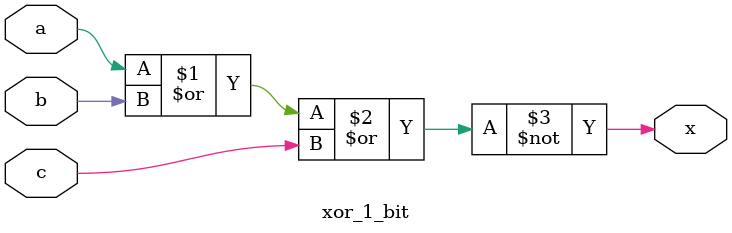
<source format=v>
module xor_1_bit (
    input wire a,
    input wire b,
    input wire c,
    output wire x
);

assign x = ~(a | b | c);
    
endmodule
</source>
